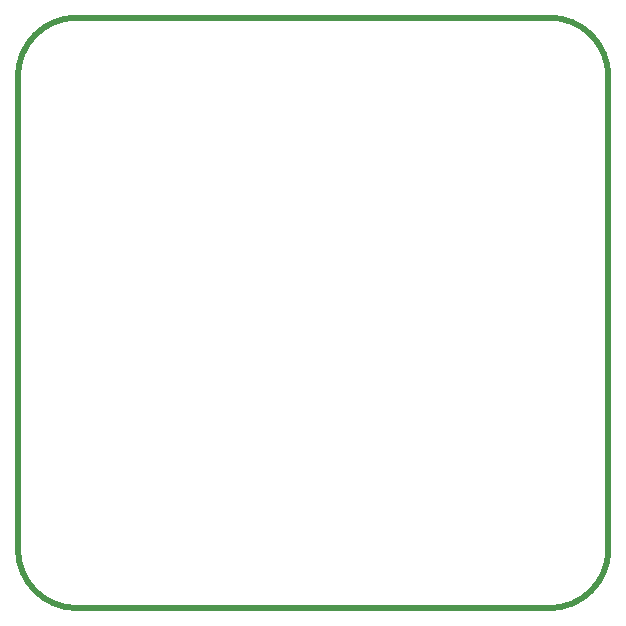
<source format=gm1>
G04*
G04 #@! TF.GenerationSoftware,Altium Limited,Altium Designer,22.11.1 (43)*
G04*
G04 Layer_Color=16711935*
%FSLAX44Y44*%
%MOMM*%
G71*
G04*
G04 #@! TF.SameCoordinates,75D7284C-96A1-4F7D-B096-18610DFFEBA5*
G04*
G04*
G04 #@! TF.FilePolarity,Positive*
G04*
G01*
G75*
%ADD56C,0.5000*%
D56*
Y100000D02*
G03*
X50000Y50000I50000J0D01*
G01*
X450000D02*
G03*
X500000Y100000I0J50000D01*
G01*
Y500000D02*
G03*
X450000Y550000I-50000J0D01*
G01*
X50000D02*
G03*
X0Y500000I0J-50000D01*
G01*
X50000Y50000D02*
X450000D01*
X500000Y100000D02*
Y500000D01*
X50000Y550000D02*
X450000D01*
X0Y100000D02*
Y500000D01*
M02*

</source>
